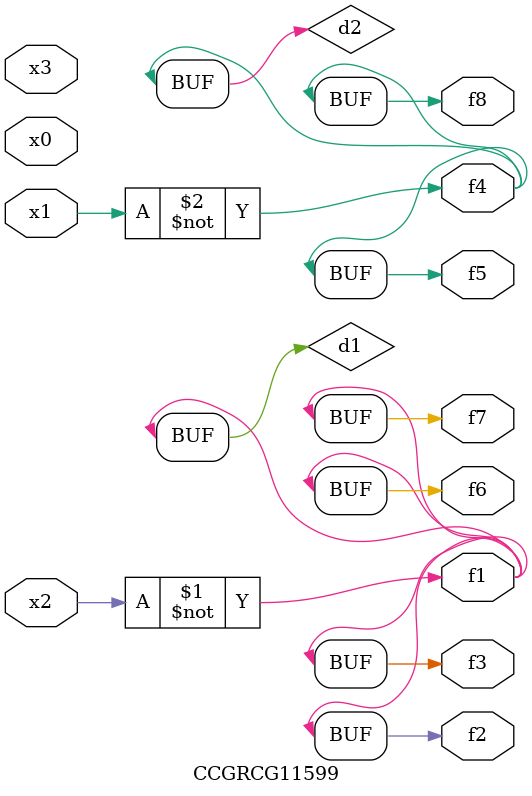
<source format=v>
module CCGRCG11599(
	input x0, x1, x2, x3,
	output f1, f2, f3, f4, f5, f6, f7, f8
);

	wire d1, d2;

	xnor (d1, x2);
	not (d2, x1);
	assign f1 = d1;
	assign f2 = d1;
	assign f3 = d1;
	assign f4 = d2;
	assign f5 = d2;
	assign f6 = d1;
	assign f7 = d1;
	assign f8 = d2;
endmodule

</source>
